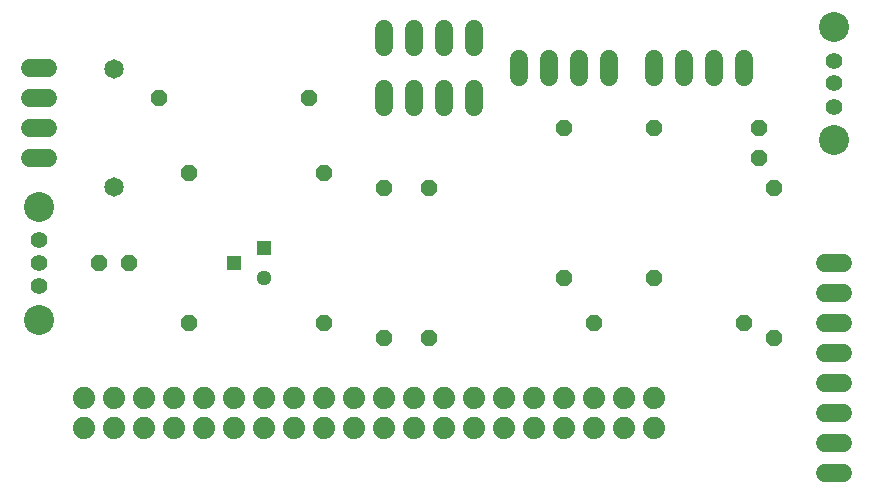
<source format=gtl>
G04 EAGLE Gerber RS-274X export*
G75*
%MOMM*%
%FSLAX34Y34*%
%LPD*%
%INTop Copper*%
%IPPOS*%
%AMOC8*
5,1,8,0,0,1.08239X$1,22.5*%
G01*
%ADD10C,1.651000*%
%ADD11C,1.879600*%
%ADD12C,1.524000*%
%ADD13P,1.429621X8X292.500000*%
%ADD14P,1.429621X8X22.500000*%
%ADD15P,1.429621X8X112.500000*%
%ADD16P,1.429621X8X202.500000*%
%ADD17C,1.422400*%
%ADD18C,2.540000*%
%ADD19C,1.524000*%
%ADD20C,1.295400*%
%ADD21R,1.295400X1.295400*%


D10*
X355600Y367500D03*
X355600Y267500D03*
D11*
X330200Y63500D03*
X355600Y63500D03*
X381000Y63500D03*
X406400Y63500D03*
X431800Y63500D03*
X457200Y63500D03*
X482600Y63500D03*
X508000Y63500D03*
X533400Y63500D03*
X558800Y63500D03*
X584200Y63500D03*
X609600Y63500D03*
X635000Y63500D03*
X635000Y88900D03*
X609600Y88900D03*
X584200Y88900D03*
X558800Y88900D03*
X533400Y88900D03*
X508000Y88900D03*
X482600Y88900D03*
X457200Y88900D03*
X431800Y88900D03*
X406400Y88900D03*
X381000Y88900D03*
X355600Y88900D03*
X330200Y88900D03*
X660400Y63500D03*
X660400Y88900D03*
X685800Y63500D03*
X685800Y88900D03*
X711200Y63500D03*
X711200Y88900D03*
X736600Y63500D03*
X736600Y88900D03*
X762000Y63500D03*
X762000Y88900D03*
X787400Y63500D03*
X787400Y88900D03*
X812800Y63500D03*
X812800Y88900D03*
D12*
X299720Y292100D02*
X284480Y292100D01*
X284480Y317500D02*
X299720Y317500D01*
X299720Y342900D02*
X284480Y342900D01*
X284480Y368300D02*
X299720Y368300D01*
X584200Y386080D02*
X584200Y401320D01*
X609600Y401320D02*
X609600Y386080D01*
X635000Y386080D02*
X635000Y401320D01*
X660400Y401320D02*
X660400Y386080D01*
X584200Y350520D02*
X584200Y335280D01*
X609600Y335280D02*
X609600Y350520D01*
X635000Y350520D02*
X635000Y335280D01*
X660400Y335280D02*
X660400Y350520D01*
D13*
X901700Y317500D03*
X901700Y292100D03*
D14*
X342900Y203200D03*
X368300Y203200D03*
D13*
X533400Y279400D03*
X533400Y152400D03*
D15*
X584200Y139700D03*
X584200Y266700D03*
X812800Y190500D03*
X812800Y317500D03*
D13*
X622300Y266700D03*
X622300Y139700D03*
D14*
X762000Y152400D03*
X889000Y152400D03*
D15*
X914400Y139700D03*
X914400Y266700D03*
X419100Y152400D03*
X419100Y279400D03*
D16*
X520700Y342900D03*
X393700Y342900D03*
D15*
X736600Y190500D03*
X736600Y317500D03*
D17*
X965200Y355600D03*
D18*
X965200Y403600D03*
X965200Y307600D03*
D17*
X965200Y335600D03*
X965200Y374600D03*
X292100Y203200D03*
D18*
X292100Y155200D03*
X292100Y251200D03*
D17*
X292100Y223200D03*
X292100Y184200D03*
D19*
X965200Y101600D03*
X965200Y127000D03*
X965200Y152400D03*
X965200Y76200D03*
X965200Y50800D03*
X965200Y177800D03*
X965200Y203200D03*
X965200Y25400D03*
D20*
X482600Y190500D03*
D21*
X457200Y203200D03*
X482600Y215900D03*
D12*
X957580Y203200D02*
X972820Y203200D01*
X972820Y177800D02*
X957580Y177800D01*
X957580Y152400D02*
X972820Y152400D01*
X972820Y127000D02*
X957580Y127000D01*
X957580Y101600D02*
X972820Y101600D01*
X972820Y76200D02*
X957580Y76200D01*
X957580Y50800D02*
X972820Y50800D01*
X972820Y25400D02*
X957580Y25400D01*
X698500Y360680D02*
X698500Y375920D01*
X723900Y375920D02*
X723900Y360680D01*
X749300Y360680D02*
X749300Y375920D01*
X774700Y375920D02*
X774700Y360680D01*
X812800Y360680D02*
X812800Y375920D01*
X838200Y375920D02*
X838200Y360680D01*
X863600Y360680D02*
X863600Y375920D01*
X889000Y375920D02*
X889000Y360680D01*
M02*

</source>
